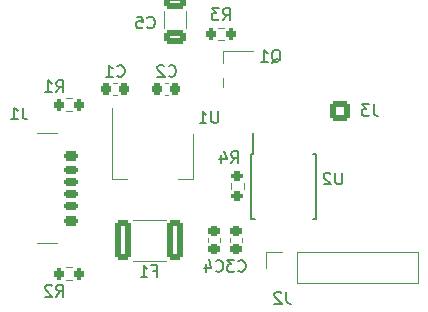
<source format=gbo>
G04 #@! TF.GenerationSoftware,KiCad,Pcbnew,7.0.9*
G04 #@! TF.CreationDate,2024-04-06T01:03:45+02:00*
G04 #@! TF.ProjectId,v3,76332e6b-6963-4616-945f-706362585858,rev?*
G04 #@! TF.SameCoordinates,Original*
G04 #@! TF.FileFunction,Legend,Bot*
G04 #@! TF.FilePolarity,Positive*
%FSLAX46Y46*%
G04 Gerber Fmt 4.6, Leading zero omitted, Abs format (unit mm)*
G04 Created by KiCad (PCBNEW 7.0.9) date 2024-04-06 01:03:45*
%MOMM*%
%LPD*%
G01*
G04 APERTURE LIST*
G04 Aperture macros list*
%AMRoundRect*
0 Rectangle with rounded corners*
0 $1 Rounding radius*
0 $2 $3 $4 $5 $6 $7 $8 $9 X,Y pos of 4 corners*
0 Add a 4 corners polygon primitive as box body*
4,1,4,$2,$3,$4,$5,$6,$7,$8,$9,$2,$3,0*
0 Add four circle primitives for the rounded corners*
1,1,$1+$1,$2,$3*
1,1,$1+$1,$4,$5*
1,1,$1+$1,$6,$7*
1,1,$1+$1,$8,$9*
0 Add four rect primitives between the rounded corners*
20,1,$1+$1,$2,$3,$4,$5,0*
20,1,$1+$1,$4,$5,$6,$7,0*
20,1,$1+$1,$6,$7,$8,$9,0*
20,1,$1+$1,$8,$9,$2,$3,0*%
G04 Aperture macros list end*
%ADD10C,0.150000*%
%ADD11C,0.120000*%
%ADD12R,0.650000X1.700000*%
%ADD13RoundRect,0.225000X0.225000X0.250000X-0.225000X0.250000X-0.225000X-0.250000X0.225000X-0.250000X0*%
%ADD14RoundRect,0.225000X0.250000X-0.225000X0.250000X0.225000X-0.250000X0.225000X-0.250000X-0.225000X0*%
%ADD15RoundRect,0.200000X-0.275000X0.200000X-0.275000X-0.200000X0.275000X-0.200000X0.275000X0.200000X0*%
%ADD16RoundRect,0.200000X0.200000X0.275000X-0.200000X0.275000X-0.200000X-0.275000X0.200000X-0.275000X0*%
%ADD17RoundRect,0.250000X-0.400000X-1.450000X0.400000X-1.450000X0.400000X1.450000X-0.400000X1.450000X0*%
%ADD18RoundRect,0.250000X0.600000X0.600000X-0.600000X0.600000X-0.600000X-0.600000X0.600000X-0.600000X0*%
%ADD19R,1.500000X2.000000*%
%ADD20R,3.800000X2.000000*%
%ADD21RoundRect,0.250000X0.650000X-0.325000X0.650000X0.325000X-0.650000X0.325000X-0.650000X-0.325000X0*%
%ADD22R,1.700000X1.700000*%
%ADD23O,1.700000X1.700000*%
%ADD24R,1.400000X1.000000*%
%ADD25RoundRect,0.175000X0.425000X-0.175000X0.425000X0.175000X-0.425000X0.175000X-0.425000X-0.175000X0*%
%ADD26RoundRect,0.190000X-0.410000X0.190000X-0.410000X-0.190000X0.410000X-0.190000X0.410000X0.190000X0*%
%ADD27RoundRect,0.200000X-0.400000X0.200000X-0.400000X-0.200000X0.400000X-0.200000X0.400000X0.200000X0*%
%ADD28RoundRect,0.175000X-0.425000X0.175000X-0.425000X-0.175000X0.425000X-0.175000X0.425000X0.175000X0*%
%ADD29RoundRect,0.190000X0.410000X-0.190000X0.410000X0.190000X-0.410000X0.190000X-0.410000X-0.190000X0*%
%ADD30RoundRect,0.200000X0.400000X-0.200000X0.400000X0.200000X-0.400000X0.200000X-0.400000X-0.200000X0*%
%ADD31O,1.700000X1.100000*%
G04 APERTURE END LIST*
D10*
X159461904Y-94754819D02*
X159461904Y-95564342D01*
X159461904Y-95564342D02*
X159414285Y-95659580D01*
X159414285Y-95659580D02*
X159366666Y-95707200D01*
X159366666Y-95707200D02*
X159271428Y-95754819D01*
X159271428Y-95754819D02*
X159080952Y-95754819D01*
X159080952Y-95754819D02*
X158985714Y-95707200D01*
X158985714Y-95707200D02*
X158938095Y-95659580D01*
X158938095Y-95659580D02*
X158890476Y-95564342D01*
X158890476Y-95564342D02*
X158890476Y-94754819D01*
X158461904Y-94850057D02*
X158414285Y-94802438D01*
X158414285Y-94802438D02*
X158319047Y-94754819D01*
X158319047Y-94754819D02*
X158080952Y-94754819D01*
X158080952Y-94754819D02*
X157985714Y-94802438D01*
X157985714Y-94802438D02*
X157938095Y-94850057D01*
X157938095Y-94850057D02*
X157890476Y-94945295D01*
X157890476Y-94945295D02*
X157890476Y-95040533D01*
X157890476Y-95040533D02*
X157938095Y-95183390D01*
X157938095Y-95183390D02*
X158509523Y-95754819D01*
X158509523Y-95754819D02*
X157890476Y-95754819D01*
X140416666Y-86559580D02*
X140464285Y-86607200D01*
X140464285Y-86607200D02*
X140607142Y-86654819D01*
X140607142Y-86654819D02*
X140702380Y-86654819D01*
X140702380Y-86654819D02*
X140845237Y-86607200D01*
X140845237Y-86607200D02*
X140940475Y-86511961D01*
X140940475Y-86511961D02*
X140988094Y-86416723D01*
X140988094Y-86416723D02*
X141035713Y-86226247D01*
X141035713Y-86226247D02*
X141035713Y-86083390D01*
X141035713Y-86083390D02*
X140988094Y-85892914D01*
X140988094Y-85892914D02*
X140940475Y-85797676D01*
X140940475Y-85797676D02*
X140845237Y-85702438D01*
X140845237Y-85702438D02*
X140702380Y-85654819D01*
X140702380Y-85654819D02*
X140607142Y-85654819D01*
X140607142Y-85654819D02*
X140464285Y-85702438D01*
X140464285Y-85702438D02*
X140416666Y-85750057D01*
X139464285Y-86654819D02*
X140035713Y-86654819D01*
X139749999Y-86654819D02*
X139749999Y-85654819D01*
X139749999Y-85654819D02*
X139845237Y-85797676D01*
X139845237Y-85797676D02*
X139940475Y-85892914D01*
X139940475Y-85892914D02*
X140035713Y-85940533D01*
X150666666Y-103059580D02*
X150714285Y-103107200D01*
X150714285Y-103107200D02*
X150857142Y-103154819D01*
X150857142Y-103154819D02*
X150952380Y-103154819D01*
X150952380Y-103154819D02*
X151095237Y-103107200D01*
X151095237Y-103107200D02*
X151190475Y-103011961D01*
X151190475Y-103011961D02*
X151238094Y-102916723D01*
X151238094Y-102916723D02*
X151285713Y-102726247D01*
X151285713Y-102726247D02*
X151285713Y-102583390D01*
X151285713Y-102583390D02*
X151238094Y-102392914D01*
X151238094Y-102392914D02*
X151190475Y-102297676D01*
X151190475Y-102297676D02*
X151095237Y-102202438D01*
X151095237Y-102202438D02*
X150952380Y-102154819D01*
X150952380Y-102154819D02*
X150857142Y-102154819D01*
X150857142Y-102154819D02*
X150714285Y-102202438D01*
X150714285Y-102202438D02*
X150666666Y-102250057D01*
X150333332Y-102154819D02*
X149714285Y-102154819D01*
X149714285Y-102154819D02*
X150047618Y-102535771D01*
X150047618Y-102535771D02*
X149904761Y-102535771D01*
X149904761Y-102535771D02*
X149809523Y-102583390D01*
X149809523Y-102583390D02*
X149761904Y-102631009D01*
X149761904Y-102631009D02*
X149714285Y-102726247D01*
X149714285Y-102726247D02*
X149714285Y-102964342D01*
X149714285Y-102964342D02*
X149761904Y-103059580D01*
X149761904Y-103059580D02*
X149809523Y-103107200D01*
X149809523Y-103107200D02*
X149904761Y-103154819D01*
X149904761Y-103154819D02*
X150190475Y-103154819D01*
X150190475Y-103154819D02*
X150285713Y-103107200D01*
X150285713Y-103107200D02*
X150333332Y-103059580D01*
X150066666Y-93954819D02*
X150399999Y-93478628D01*
X150638094Y-93954819D02*
X150638094Y-92954819D01*
X150638094Y-92954819D02*
X150257142Y-92954819D01*
X150257142Y-92954819D02*
X150161904Y-93002438D01*
X150161904Y-93002438D02*
X150114285Y-93050057D01*
X150114285Y-93050057D02*
X150066666Y-93145295D01*
X150066666Y-93145295D02*
X150066666Y-93288152D01*
X150066666Y-93288152D02*
X150114285Y-93383390D01*
X150114285Y-93383390D02*
X150161904Y-93431009D01*
X150161904Y-93431009D02*
X150257142Y-93478628D01*
X150257142Y-93478628D02*
X150638094Y-93478628D01*
X149209523Y-93288152D02*
X149209523Y-93954819D01*
X149447618Y-92907200D02*
X149685713Y-93621485D01*
X149685713Y-93621485D02*
X149066666Y-93621485D01*
X135266666Y-87954819D02*
X135599999Y-87478628D01*
X135838094Y-87954819D02*
X135838094Y-86954819D01*
X135838094Y-86954819D02*
X135457142Y-86954819D01*
X135457142Y-86954819D02*
X135361904Y-87002438D01*
X135361904Y-87002438D02*
X135314285Y-87050057D01*
X135314285Y-87050057D02*
X135266666Y-87145295D01*
X135266666Y-87145295D02*
X135266666Y-87288152D01*
X135266666Y-87288152D02*
X135314285Y-87383390D01*
X135314285Y-87383390D02*
X135361904Y-87431009D01*
X135361904Y-87431009D02*
X135457142Y-87478628D01*
X135457142Y-87478628D02*
X135838094Y-87478628D01*
X134314285Y-87954819D02*
X134885713Y-87954819D01*
X134599999Y-87954819D02*
X134599999Y-86954819D01*
X134599999Y-86954819D02*
X134695237Y-87097676D01*
X134695237Y-87097676D02*
X134790475Y-87192914D01*
X134790475Y-87192914D02*
X134885713Y-87240533D01*
X143458333Y-103081009D02*
X143791666Y-103081009D01*
X143791666Y-103604819D02*
X143791666Y-102604819D01*
X143791666Y-102604819D02*
X143315476Y-102604819D01*
X142410714Y-103604819D02*
X142982142Y-103604819D01*
X142696428Y-103604819D02*
X142696428Y-102604819D01*
X142696428Y-102604819D02*
X142791666Y-102747676D01*
X142791666Y-102747676D02*
X142886904Y-102842914D01*
X142886904Y-102842914D02*
X142982142Y-102890533D01*
X135266666Y-105254819D02*
X135599999Y-104778628D01*
X135838094Y-105254819D02*
X135838094Y-104254819D01*
X135838094Y-104254819D02*
X135457142Y-104254819D01*
X135457142Y-104254819D02*
X135361904Y-104302438D01*
X135361904Y-104302438D02*
X135314285Y-104350057D01*
X135314285Y-104350057D02*
X135266666Y-104445295D01*
X135266666Y-104445295D02*
X135266666Y-104588152D01*
X135266666Y-104588152D02*
X135314285Y-104683390D01*
X135314285Y-104683390D02*
X135361904Y-104731009D01*
X135361904Y-104731009D02*
X135457142Y-104778628D01*
X135457142Y-104778628D02*
X135838094Y-104778628D01*
X134885713Y-104350057D02*
X134838094Y-104302438D01*
X134838094Y-104302438D02*
X134742856Y-104254819D01*
X134742856Y-104254819D02*
X134504761Y-104254819D01*
X134504761Y-104254819D02*
X134409523Y-104302438D01*
X134409523Y-104302438D02*
X134361904Y-104350057D01*
X134361904Y-104350057D02*
X134314285Y-104445295D01*
X134314285Y-104445295D02*
X134314285Y-104540533D01*
X134314285Y-104540533D02*
X134361904Y-104683390D01*
X134361904Y-104683390D02*
X134933332Y-105254819D01*
X134933332Y-105254819D02*
X134314285Y-105254819D01*
X162133333Y-88954819D02*
X162133333Y-89669104D01*
X162133333Y-89669104D02*
X162180952Y-89811961D01*
X162180952Y-89811961D02*
X162276190Y-89907200D01*
X162276190Y-89907200D02*
X162419047Y-89954819D01*
X162419047Y-89954819D02*
X162514285Y-89954819D01*
X161752380Y-88954819D02*
X161133333Y-88954819D01*
X161133333Y-88954819D02*
X161466666Y-89335771D01*
X161466666Y-89335771D02*
X161323809Y-89335771D01*
X161323809Y-89335771D02*
X161228571Y-89383390D01*
X161228571Y-89383390D02*
X161180952Y-89431009D01*
X161180952Y-89431009D02*
X161133333Y-89526247D01*
X161133333Y-89526247D02*
X161133333Y-89764342D01*
X161133333Y-89764342D02*
X161180952Y-89859580D01*
X161180952Y-89859580D02*
X161228571Y-89907200D01*
X161228571Y-89907200D02*
X161323809Y-89954819D01*
X161323809Y-89954819D02*
X161609523Y-89954819D01*
X161609523Y-89954819D02*
X161704761Y-89907200D01*
X161704761Y-89907200D02*
X161752380Y-89859580D01*
X148961904Y-89554819D02*
X148961904Y-90364342D01*
X148961904Y-90364342D02*
X148914285Y-90459580D01*
X148914285Y-90459580D02*
X148866666Y-90507200D01*
X148866666Y-90507200D02*
X148771428Y-90554819D01*
X148771428Y-90554819D02*
X148580952Y-90554819D01*
X148580952Y-90554819D02*
X148485714Y-90507200D01*
X148485714Y-90507200D02*
X148438095Y-90459580D01*
X148438095Y-90459580D02*
X148390476Y-90364342D01*
X148390476Y-90364342D02*
X148390476Y-89554819D01*
X147390476Y-90554819D02*
X147961904Y-90554819D01*
X147676190Y-90554819D02*
X147676190Y-89554819D01*
X147676190Y-89554819D02*
X147771428Y-89697676D01*
X147771428Y-89697676D02*
X147866666Y-89792914D01*
X147866666Y-89792914D02*
X147961904Y-89840533D01*
X142966666Y-82459580D02*
X143014285Y-82507200D01*
X143014285Y-82507200D02*
X143157142Y-82554819D01*
X143157142Y-82554819D02*
X143252380Y-82554819D01*
X143252380Y-82554819D02*
X143395237Y-82507200D01*
X143395237Y-82507200D02*
X143490475Y-82411961D01*
X143490475Y-82411961D02*
X143538094Y-82316723D01*
X143538094Y-82316723D02*
X143585713Y-82126247D01*
X143585713Y-82126247D02*
X143585713Y-81983390D01*
X143585713Y-81983390D02*
X143538094Y-81792914D01*
X143538094Y-81792914D02*
X143490475Y-81697676D01*
X143490475Y-81697676D02*
X143395237Y-81602438D01*
X143395237Y-81602438D02*
X143252380Y-81554819D01*
X143252380Y-81554819D02*
X143157142Y-81554819D01*
X143157142Y-81554819D02*
X143014285Y-81602438D01*
X143014285Y-81602438D02*
X142966666Y-81650057D01*
X142061904Y-81554819D02*
X142538094Y-81554819D01*
X142538094Y-81554819D02*
X142585713Y-82031009D01*
X142585713Y-82031009D02*
X142538094Y-81983390D01*
X142538094Y-81983390D02*
X142442856Y-81935771D01*
X142442856Y-81935771D02*
X142204761Y-81935771D01*
X142204761Y-81935771D02*
X142109523Y-81983390D01*
X142109523Y-81983390D02*
X142061904Y-82031009D01*
X142061904Y-82031009D02*
X142014285Y-82126247D01*
X142014285Y-82126247D02*
X142014285Y-82364342D01*
X142014285Y-82364342D02*
X142061904Y-82459580D01*
X142061904Y-82459580D02*
X142109523Y-82507200D01*
X142109523Y-82507200D02*
X142204761Y-82554819D01*
X142204761Y-82554819D02*
X142442856Y-82554819D01*
X142442856Y-82554819D02*
X142538094Y-82507200D01*
X142538094Y-82507200D02*
X142585713Y-82459580D01*
X154733333Y-104854819D02*
X154733333Y-105569104D01*
X154733333Y-105569104D02*
X154780952Y-105711961D01*
X154780952Y-105711961D02*
X154876190Y-105807200D01*
X154876190Y-105807200D02*
X155019047Y-105854819D01*
X155019047Y-105854819D02*
X155114285Y-105854819D01*
X154304761Y-104950057D02*
X154257142Y-104902438D01*
X154257142Y-104902438D02*
X154161904Y-104854819D01*
X154161904Y-104854819D02*
X153923809Y-104854819D01*
X153923809Y-104854819D02*
X153828571Y-104902438D01*
X153828571Y-104902438D02*
X153780952Y-104950057D01*
X153780952Y-104950057D02*
X153733333Y-105045295D01*
X153733333Y-105045295D02*
X153733333Y-105140533D01*
X153733333Y-105140533D02*
X153780952Y-105283390D01*
X153780952Y-105283390D02*
X154352380Y-105854819D01*
X154352380Y-105854819D02*
X153733333Y-105854819D01*
X149366666Y-81854819D02*
X149699999Y-81378628D01*
X149938094Y-81854819D02*
X149938094Y-80854819D01*
X149938094Y-80854819D02*
X149557142Y-80854819D01*
X149557142Y-80854819D02*
X149461904Y-80902438D01*
X149461904Y-80902438D02*
X149414285Y-80950057D01*
X149414285Y-80950057D02*
X149366666Y-81045295D01*
X149366666Y-81045295D02*
X149366666Y-81188152D01*
X149366666Y-81188152D02*
X149414285Y-81283390D01*
X149414285Y-81283390D02*
X149461904Y-81331009D01*
X149461904Y-81331009D02*
X149557142Y-81378628D01*
X149557142Y-81378628D02*
X149938094Y-81378628D01*
X149033332Y-80854819D02*
X148414285Y-80854819D01*
X148414285Y-80854819D02*
X148747618Y-81235771D01*
X148747618Y-81235771D02*
X148604761Y-81235771D01*
X148604761Y-81235771D02*
X148509523Y-81283390D01*
X148509523Y-81283390D02*
X148461904Y-81331009D01*
X148461904Y-81331009D02*
X148414285Y-81426247D01*
X148414285Y-81426247D02*
X148414285Y-81664342D01*
X148414285Y-81664342D02*
X148461904Y-81759580D01*
X148461904Y-81759580D02*
X148509523Y-81807200D01*
X148509523Y-81807200D02*
X148604761Y-81854819D01*
X148604761Y-81854819D02*
X148890475Y-81854819D01*
X148890475Y-81854819D02*
X148985713Y-81807200D01*
X148985713Y-81807200D02*
X149033332Y-81759580D01*
X153495238Y-85450057D02*
X153590476Y-85402438D01*
X153590476Y-85402438D02*
X153685714Y-85307200D01*
X153685714Y-85307200D02*
X153828571Y-85164342D01*
X153828571Y-85164342D02*
X153923809Y-85116723D01*
X153923809Y-85116723D02*
X154019047Y-85116723D01*
X153971428Y-85354819D02*
X154066666Y-85307200D01*
X154066666Y-85307200D02*
X154161904Y-85211961D01*
X154161904Y-85211961D02*
X154209523Y-85021485D01*
X154209523Y-85021485D02*
X154209523Y-84688152D01*
X154209523Y-84688152D02*
X154161904Y-84497676D01*
X154161904Y-84497676D02*
X154066666Y-84402438D01*
X154066666Y-84402438D02*
X153971428Y-84354819D01*
X153971428Y-84354819D02*
X153780952Y-84354819D01*
X153780952Y-84354819D02*
X153685714Y-84402438D01*
X153685714Y-84402438D02*
X153590476Y-84497676D01*
X153590476Y-84497676D02*
X153542857Y-84688152D01*
X153542857Y-84688152D02*
X153542857Y-85021485D01*
X153542857Y-85021485D02*
X153590476Y-85211961D01*
X153590476Y-85211961D02*
X153685714Y-85307200D01*
X153685714Y-85307200D02*
X153780952Y-85354819D01*
X153780952Y-85354819D02*
X153971428Y-85354819D01*
X152590476Y-85354819D02*
X153161904Y-85354819D01*
X152876190Y-85354819D02*
X152876190Y-84354819D01*
X152876190Y-84354819D02*
X152971428Y-84497676D01*
X152971428Y-84497676D02*
X153066666Y-84592914D01*
X153066666Y-84592914D02*
X153161904Y-84640533D01*
X132433333Y-89254819D02*
X132433333Y-89969104D01*
X132433333Y-89969104D02*
X132480952Y-90111961D01*
X132480952Y-90111961D02*
X132576190Y-90207200D01*
X132576190Y-90207200D02*
X132719047Y-90254819D01*
X132719047Y-90254819D02*
X132814285Y-90254819D01*
X131433333Y-90254819D02*
X132004761Y-90254819D01*
X131719047Y-90254819D02*
X131719047Y-89254819D01*
X131719047Y-89254819D02*
X131814285Y-89397676D01*
X131814285Y-89397676D02*
X131909523Y-89492914D01*
X131909523Y-89492914D02*
X132004761Y-89540533D01*
X148766666Y-103059580D02*
X148814285Y-103107200D01*
X148814285Y-103107200D02*
X148957142Y-103154819D01*
X148957142Y-103154819D02*
X149052380Y-103154819D01*
X149052380Y-103154819D02*
X149195237Y-103107200D01*
X149195237Y-103107200D02*
X149290475Y-103011961D01*
X149290475Y-103011961D02*
X149338094Y-102916723D01*
X149338094Y-102916723D02*
X149385713Y-102726247D01*
X149385713Y-102726247D02*
X149385713Y-102583390D01*
X149385713Y-102583390D02*
X149338094Y-102392914D01*
X149338094Y-102392914D02*
X149290475Y-102297676D01*
X149290475Y-102297676D02*
X149195237Y-102202438D01*
X149195237Y-102202438D02*
X149052380Y-102154819D01*
X149052380Y-102154819D02*
X148957142Y-102154819D01*
X148957142Y-102154819D02*
X148814285Y-102202438D01*
X148814285Y-102202438D02*
X148766666Y-102250057D01*
X147909523Y-102488152D02*
X147909523Y-103154819D01*
X148147618Y-102107200D02*
X148385713Y-102821485D01*
X148385713Y-102821485D02*
X147766666Y-102821485D01*
X144766666Y-86559580D02*
X144814285Y-86607200D01*
X144814285Y-86607200D02*
X144957142Y-86654819D01*
X144957142Y-86654819D02*
X145052380Y-86654819D01*
X145052380Y-86654819D02*
X145195237Y-86607200D01*
X145195237Y-86607200D02*
X145290475Y-86511961D01*
X145290475Y-86511961D02*
X145338094Y-86416723D01*
X145338094Y-86416723D02*
X145385713Y-86226247D01*
X145385713Y-86226247D02*
X145385713Y-86083390D01*
X145385713Y-86083390D02*
X145338094Y-85892914D01*
X145338094Y-85892914D02*
X145290475Y-85797676D01*
X145290475Y-85797676D02*
X145195237Y-85702438D01*
X145195237Y-85702438D02*
X145052380Y-85654819D01*
X145052380Y-85654819D02*
X144957142Y-85654819D01*
X144957142Y-85654819D02*
X144814285Y-85702438D01*
X144814285Y-85702438D02*
X144766666Y-85750057D01*
X144385713Y-85750057D02*
X144338094Y-85702438D01*
X144338094Y-85702438D02*
X144242856Y-85654819D01*
X144242856Y-85654819D02*
X144004761Y-85654819D01*
X144004761Y-85654819D02*
X143909523Y-85702438D01*
X143909523Y-85702438D02*
X143861904Y-85750057D01*
X143861904Y-85750057D02*
X143814285Y-85845295D01*
X143814285Y-85845295D02*
X143814285Y-85940533D01*
X143814285Y-85940533D02*
X143861904Y-86083390D01*
X143861904Y-86083390D02*
X144433332Y-86654819D01*
X144433332Y-86654819D02*
X143814285Y-86654819D01*
X157255000Y-93150000D02*
X156955000Y-93150000D01*
X157255000Y-93150000D02*
X157255000Y-98650000D01*
X151950000Y-93150000D02*
X151950000Y-91400000D01*
X151745000Y-93150000D02*
X151950000Y-93150000D01*
X151745000Y-93150000D02*
X151745000Y-98650000D01*
X157255000Y-98650000D02*
X156955000Y-98650000D01*
X151745000Y-98650000D02*
X152045000Y-98650000D01*
D11*
X140365580Y-88210000D02*
X140084420Y-88210000D01*
X140365580Y-87190000D02*
X140084420Y-87190000D01*
X149990000Y-100615580D02*
X149990000Y-100334420D01*
X151010000Y-100615580D02*
X151010000Y-100334420D01*
X151122500Y-95637742D02*
X151122500Y-96112258D01*
X150077500Y-95637742D02*
X150077500Y-96112258D01*
X136562258Y-89522500D02*
X136087742Y-89522500D01*
X136562258Y-88477500D02*
X136087742Y-88477500D01*
X141738748Y-98790000D02*
X144511252Y-98790000D01*
X141738748Y-102210000D02*
X144511252Y-102210000D01*
X136562258Y-103822500D02*
X136087742Y-103822500D01*
X136562258Y-102777500D02*
X136087742Y-102777500D01*
X139990000Y-89250000D02*
X139990000Y-95260000D01*
X146810000Y-91500000D02*
X146810000Y-95260000D01*
X146810000Y-95260000D02*
X145550000Y-95260000D01*
X139990000Y-95260000D02*
X141250000Y-95260000D01*
X144390000Y-82536252D02*
X144390000Y-81113748D01*
X146210000Y-82536252D02*
X146210000Y-81113748D01*
X165850000Y-101470000D02*
X165850000Y-104130000D01*
X155630000Y-101470000D02*
X165850000Y-101470000D01*
X155630000Y-101470000D02*
X155630000Y-104130000D01*
X154360000Y-101470000D02*
X153030000Y-101470000D01*
X153030000Y-101470000D02*
X153030000Y-102800000D01*
X155630000Y-104130000D02*
X165850000Y-104130000D01*
X149462258Y-83522500D02*
X148987742Y-83522500D01*
X149462258Y-82477500D02*
X148987742Y-82477500D01*
X149350000Y-84500000D02*
X149350000Y-85450000D01*
X149350000Y-86750000D02*
X149350000Y-87550000D01*
X151950000Y-84500000D02*
X149350000Y-84500000D01*
X133650000Y-100750000D02*
X135350000Y-100750000D01*
X133650000Y-91410000D02*
X135350000Y-91410000D01*
X148090000Y-100615580D02*
X148090000Y-100334420D01*
X149110000Y-100615580D02*
X149110000Y-100334420D01*
X144715580Y-88210000D02*
X144434420Y-88210000D01*
X144715580Y-87190000D02*
X144434420Y-87190000D01*
%LPC*%
D12*
X152595000Y-92250000D03*
X153865000Y-92250000D03*
X155135000Y-92250000D03*
X156405000Y-92250000D03*
X156405000Y-99550000D03*
X155135000Y-99550000D03*
X153865000Y-99550000D03*
X152595000Y-99550000D03*
D13*
X141000000Y-87700000D03*
X139450000Y-87700000D03*
D14*
X150500000Y-101250000D03*
X150500000Y-99700000D03*
D15*
X150600000Y-95050000D03*
X150600000Y-96700000D03*
D16*
X137150000Y-89000000D03*
X135500000Y-89000000D03*
D17*
X140900000Y-100500000D03*
X145350000Y-100500000D03*
D16*
X137150000Y-103300000D03*
X135500000Y-103300000D03*
D18*
X159300000Y-89500000D03*
D19*
X141100000Y-90200000D03*
X143400000Y-90200000D03*
D20*
X143400000Y-96500000D03*
D19*
X145700000Y-90200000D03*
D21*
X145300000Y-83300000D03*
X145300000Y-80350000D03*
D22*
X154360000Y-102800000D03*
D23*
X156900000Y-102800000D03*
X159440000Y-102800000D03*
X161980000Y-102800000D03*
X164520000Y-102800000D03*
D16*
X150050000Y-83000000D03*
X148400000Y-83000000D03*
D24*
X149100000Y-86100000D03*
X151300000Y-87050000D03*
X151300000Y-85150000D03*
D25*
X136480000Y-96580000D03*
D26*
X136480000Y-94560000D03*
D27*
X136480000Y-93330000D03*
D28*
X136480000Y-95580000D03*
D29*
X136480000Y-97600000D03*
D30*
X136480000Y-98830000D03*
D31*
X132600000Y-100400000D03*
X136400000Y-100400000D03*
X132600000Y-91760000D03*
X136400000Y-91760000D03*
D14*
X148600000Y-101250000D03*
X148600000Y-99700000D03*
D13*
X145350000Y-87700000D03*
X143800000Y-87700000D03*
%LPD*%
M02*

</source>
